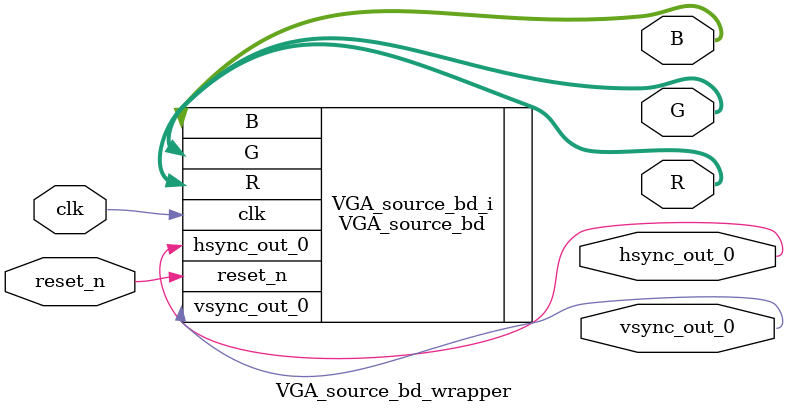
<source format=v>
`timescale 1 ps / 1 ps

module VGA_source_bd_wrapper
   (B,
    G,
    R,
    clk,
    hsync_out_0,
    reset_n,
    vsync_out_0);
  output [3:0]B;
  output [3:0]G;
  output [3:0]R;
  input clk;
  output hsync_out_0;
  input reset_n;
  output vsync_out_0;

  wire [3:0]B;
  wire [3:0]G;
  wire [3:0]R;
  wire clk;
  wire hsync_out_0;
  wire reset_n;
  wire vsync_out_0;

  VGA_source_bd VGA_source_bd_i
       (.B(B),
        .G(G),
        .R(R),
        .clk(clk),
        .hsync_out_0(hsync_out_0),
        .reset_n(reset_n),
        .vsync_out_0(vsync_out_0));
endmodule

</source>
